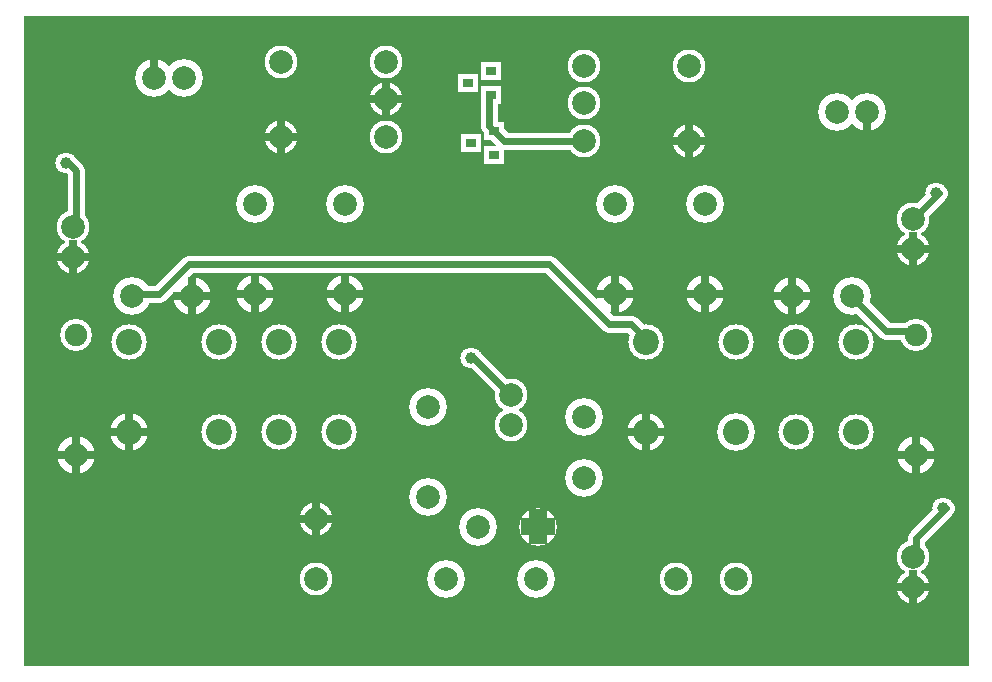
<source format=gbr>
%FSLAX34Y34*%
%MOMM*%
%LNCOPPER_TOP*%
G71*
G01*
%ADD10C,3.200*%
%ADD11C,2.800*%
%ADD12C,2.800*%
%ADD13C,2.700*%
%ADD14C,3.000*%
%ADD15C,1.400*%
%ADD16R,1.700X1.600*%
%ADD17C,1.800*%
%ADD18C,0.667*%
%ADD19C,0.680*%
%ADD20C,1.467*%
%ADD21C,0.813*%
%ADD22C,2.000*%
%ADD23C,2.000*%
%ADD24C,1.900*%
%ADD25C,2.200*%
%ADD26C,0.600*%
%ADD27R,0.900X0.800*%
%ADD28C,1.000*%
%LPD*%
G36*
X0Y550000D02*
X800000Y550000D01*
X800000Y0D01*
X0Y0D01*
X0Y550000D01*
G37*
%LPC*%
X196267Y390766D02*
G54D10*
D03*
X196217Y314516D02*
G54D10*
D03*
X196267Y390766D02*
G54D11*
D03*
X272458Y390692D02*
G54D10*
D03*
X196208Y390742D02*
G54D10*
D03*
X272458Y390692D02*
G54D11*
D03*
X272458Y390692D02*
G54D10*
D03*
X272408Y314442D02*
G54D10*
D03*
X272458Y390692D02*
G54D11*
D03*
X501067Y390766D02*
G54D10*
D03*
X501017Y314516D02*
G54D10*
D03*
X501067Y390766D02*
G54D11*
D03*
X577258Y390692D02*
G54D10*
D03*
X501008Y390742D02*
G54D10*
D03*
X577258Y390692D02*
G54D11*
D03*
X577258Y390692D02*
G54D10*
D03*
X577208Y314442D02*
G54D10*
D03*
X577258Y390692D02*
G54D11*
D03*
X41723Y371761D02*
G54D12*
D03*
X41723Y346361D02*
G54D12*
D03*
X752923Y378111D02*
G54D12*
D03*
X752923Y352711D02*
G54D12*
D03*
X217850Y511373D02*
G54D12*
D03*
X217850Y447873D02*
G54D12*
D03*
X306750Y511373D02*
G54D12*
D03*
X306750Y479623D02*
G54D12*
D03*
X306750Y447873D02*
G54D12*
D03*
X563290Y444580D02*
G54D12*
D03*
X563290Y508080D02*
G54D12*
D03*
X474390Y444580D02*
G54D12*
D03*
X474390Y476330D02*
G54D12*
D03*
X474390Y508080D02*
G54D12*
D03*
X412750Y229450D02*
G54D12*
D03*
X412750Y204050D02*
G54D12*
D03*
X247650Y124550D02*
G54D12*
D03*
X247650Y73750D02*
G54D12*
D03*
X552450Y73750D02*
G54D12*
D03*
X603250Y73750D02*
G54D12*
D03*
X342317Y219316D02*
G54D10*
D03*
X342267Y143066D02*
G54D10*
D03*
X342317Y219316D02*
G54D11*
D03*
X474330Y210302D02*
G54D10*
D03*
X474443Y159321D02*
G54D10*
D03*
X474331Y210302D02*
G54D11*
D03*
X435603Y117874D02*
G54D10*
D03*
X384622Y117761D02*
G54D10*
D03*
X435603Y117874D02*
G54D11*
D03*
X433815Y73138D02*
G54D10*
D03*
X357566Y73188D02*
G54D10*
D03*
X433815Y73139D02*
G54D11*
D03*
X752923Y92361D02*
G54D12*
D03*
X752923Y66961D02*
G54D12*
D03*
X44450Y178650D02*
G54D13*
D03*
X44450Y280250D02*
G54D13*
D03*
X89285Y197935D02*
G54D14*
D03*
X89285Y274135D02*
G54D14*
D03*
X165485Y197935D02*
G54D14*
D03*
X216285Y197935D02*
G54D14*
D03*
X267085Y197935D02*
G54D14*
D03*
X165485Y274135D02*
G54D14*
D03*
X216285Y274135D02*
G54D14*
D03*
X267085Y274135D02*
G54D14*
D03*
X142709Y312825D02*
G54D10*
D03*
X91729Y312713D02*
G54D10*
D03*
X527050Y197700D02*
G54D14*
D03*
X527050Y273900D02*
G54D14*
D03*
X603250Y197700D02*
G54D14*
D03*
X654050Y197700D02*
G54D14*
D03*
X704850Y197700D02*
G54D14*
D03*
X603250Y273900D02*
G54D14*
D03*
X654050Y273900D02*
G54D14*
D03*
X704850Y273900D02*
G54D14*
D03*
X755650Y178650D02*
G54D13*
D03*
X755650Y280250D02*
G54D13*
D03*
X701510Y312825D02*
G54D10*
D03*
X650529Y312713D02*
G54D10*
D03*
X110309Y497922D02*
G54D10*
D03*
X135809Y497922D02*
G54D10*
D03*
X713913Y468625D02*
G54D10*
D03*
X688413Y468625D02*
G54D10*
D03*
X142709Y312825D02*
G54D10*
D03*
X44450Y178650D02*
G54D10*
D03*
X755650Y178650D02*
G54D10*
D03*
X650529Y312713D02*
G54D10*
D03*
X89285Y197935D02*
G54D10*
D03*
X603250Y197700D02*
G54D10*
D03*
G54D15*
X527050Y273900D02*
X527050Y276950D01*
X514350Y289650D01*
X495300Y289650D01*
X444500Y340450D01*
X139700Y340450D01*
X114300Y315050D01*
X88900Y315050D01*
X91729Y312713D01*
G54D15*
X701510Y312825D02*
X698500Y315050D01*
X730250Y283300D01*
X755650Y283300D01*
X755650Y280250D01*
X527050Y197700D02*
G54D10*
D03*
X395967Y483344D02*
G54D16*
D03*
X395967Y503344D02*
G54D16*
D03*
X375967Y493344D02*
G54D16*
D03*
X398512Y432730D02*
G54D16*
D03*
X398512Y452730D02*
G54D16*
D03*
X378512Y442730D02*
G54D16*
D03*
G54D15*
X398512Y452730D02*
X400050Y450850D01*
X393700Y457200D01*
X393700Y482600D01*
X395967Y483344D01*
G54D15*
X398512Y452730D02*
X400050Y450850D01*
X406400Y444500D01*
X476250Y444500D01*
X474390Y444580D01*
X35700Y426010D02*
G54D17*
D03*
X772300Y400610D02*
G54D17*
D03*
X378600Y260910D02*
G54D17*
D03*
X778650Y133910D02*
G54D17*
D03*
G54D15*
X35700Y426010D02*
X38100Y425450D01*
X44450Y419100D01*
X44450Y374650D01*
X41723Y371761D01*
G54D15*
X378600Y260910D02*
X381000Y260350D01*
X412750Y228600D01*
X412750Y229450D01*
G54D15*
X772300Y400610D02*
X774700Y400050D01*
X755650Y381000D01*
X752923Y378111D01*
G54D15*
X778650Y133910D02*
X781050Y133350D01*
X755650Y107950D01*
X755650Y95250D01*
X752923Y92361D01*
%LPD*%
G54D18*
G36*
X196217Y317849D02*
X212717Y317849D01*
X212717Y311183D01*
X196217Y311183D01*
X196217Y317849D01*
G37*
G36*
X199550Y314516D02*
X199550Y298016D01*
X192884Y298016D01*
X192884Y314516D01*
X199550Y314516D01*
G37*
G36*
X196217Y311183D02*
X179717Y311183D01*
X179717Y317849D01*
X196217Y317849D01*
X196217Y311183D01*
G37*
G36*
X192884Y314516D02*
X192884Y331016D01*
X199550Y331016D01*
X199550Y314516D01*
X192884Y314516D01*
G37*
G54D19*
G36*
X272408Y317842D02*
X288908Y317842D01*
X288908Y311042D01*
X272408Y311042D01*
X272408Y317842D01*
G37*
G36*
X275808Y314442D02*
X275808Y297942D01*
X269008Y297942D01*
X269008Y314442D01*
X275808Y314442D01*
G37*
G36*
X272408Y311042D02*
X255908Y311042D01*
X255908Y317842D01*
X272408Y317842D01*
X272408Y311042D01*
G37*
G36*
X269008Y314442D02*
X269008Y330942D01*
X275808Y330942D01*
X275808Y314442D01*
X269008Y314442D01*
G37*
G54D18*
G36*
X501017Y317849D02*
X517517Y317849D01*
X517517Y311183D01*
X501017Y311183D01*
X501017Y317849D01*
G37*
G36*
X504350Y314516D02*
X504350Y298016D01*
X497684Y298016D01*
X497684Y314516D01*
X504350Y314516D01*
G37*
G36*
X501017Y311183D02*
X484517Y311183D01*
X484517Y317849D01*
X501017Y317849D01*
X501017Y311183D01*
G37*
G36*
X497684Y314516D02*
X497684Y331016D01*
X504350Y331016D01*
X504350Y314516D01*
X497684Y314516D01*
G37*
G54D19*
G36*
X577208Y317842D02*
X593708Y317842D01*
X593708Y311042D01*
X577208Y311042D01*
X577208Y317842D01*
G37*
G36*
X580608Y314442D02*
X580608Y297942D01*
X573808Y297942D01*
X573808Y314442D01*
X580608Y314442D01*
G37*
G36*
X577208Y311042D02*
X560708Y311042D01*
X560708Y317842D01*
X577208Y317842D01*
X577208Y311042D01*
G37*
G36*
X573808Y314442D02*
X573808Y330942D01*
X580608Y330942D01*
X580608Y314442D01*
X573808Y314442D01*
G37*
G54D18*
G36*
X38390Y346361D02*
X38390Y360861D01*
X45056Y360861D01*
X45056Y346361D01*
X38390Y346361D01*
G37*
G36*
X41723Y349694D02*
X56223Y349694D01*
X56223Y343028D01*
X41723Y343028D01*
X41723Y349694D01*
G37*
G36*
X45056Y346361D02*
X45056Y331861D01*
X38390Y331861D01*
X38390Y346361D01*
X45056Y346361D01*
G37*
G36*
X41723Y343028D02*
X27223Y343028D01*
X27223Y349694D01*
X41723Y349694D01*
X41723Y343028D01*
G37*
G54D18*
G36*
X749590Y352711D02*
X749590Y367211D01*
X756256Y367211D01*
X756256Y352711D01*
X749590Y352711D01*
G37*
G36*
X752923Y356044D02*
X767423Y356044D01*
X767423Y349378D01*
X752923Y349378D01*
X752923Y356044D01*
G37*
G36*
X756256Y352711D02*
X756256Y338211D01*
X749590Y338211D01*
X749590Y352711D01*
X756256Y352711D01*
G37*
G36*
X752923Y349378D02*
X738423Y349378D01*
X738423Y356044D01*
X752923Y356044D01*
X752923Y349378D01*
G37*
G54D18*
G36*
X214517Y447873D02*
X214517Y462373D01*
X221183Y462373D01*
X221183Y447873D01*
X214517Y447873D01*
G37*
G36*
X217850Y451206D02*
X232350Y451206D01*
X232350Y444540D01*
X217850Y444540D01*
X217850Y451206D01*
G37*
G36*
X221183Y447873D02*
X221183Y433373D01*
X214517Y433373D01*
X214517Y447873D01*
X221183Y447873D01*
G37*
G36*
X217850Y444540D02*
X203350Y444540D01*
X203350Y451206D01*
X217850Y451206D01*
X217850Y444540D01*
G37*
G54D18*
G36*
X303417Y479623D02*
X303417Y494123D01*
X310083Y494123D01*
X310083Y479623D01*
X303417Y479623D01*
G37*
G36*
X306750Y482956D02*
X321250Y482956D01*
X321250Y476290D01*
X306750Y476290D01*
X306750Y482956D01*
G37*
G36*
X310083Y479623D02*
X310083Y465123D01*
X303417Y465123D01*
X303417Y479623D01*
X310083Y479623D01*
G37*
G36*
X306750Y476290D02*
X292250Y476290D01*
X292250Y482956D01*
X306750Y482956D01*
X306750Y476290D01*
G37*
G54D18*
G36*
X566623Y444580D02*
X566623Y430080D01*
X559957Y430080D01*
X559957Y444580D01*
X566623Y444580D01*
G37*
G36*
X563290Y441247D02*
X548790Y441247D01*
X548790Y447913D01*
X563290Y447913D01*
X563290Y441247D01*
G37*
G36*
X559957Y444580D02*
X559957Y459080D01*
X566623Y459080D01*
X566623Y444580D01*
X559957Y444580D01*
G37*
G36*
X563290Y447913D02*
X577790Y447913D01*
X577790Y441247D01*
X563290Y441247D01*
X563290Y447913D01*
G37*
G54D19*
G36*
X247650Y127950D02*
X262150Y127950D01*
X262150Y121150D01*
X247650Y121150D01*
X247650Y127950D01*
G37*
G36*
X251050Y124550D02*
X251050Y110050D01*
X244250Y110050D01*
X244250Y124550D01*
X251050Y124550D01*
G37*
G36*
X247650Y121150D02*
X233150Y121150D01*
X233150Y127950D01*
X247650Y127950D01*
X247650Y121150D01*
G37*
G36*
X244250Y124550D02*
X244250Y139050D01*
X251050Y139050D01*
X251050Y124550D01*
X244250Y124550D01*
G37*
G54D20*
G36*
X428270Y117874D02*
X428270Y132374D01*
X442936Y132374D01*
X442936Y117874D01*
X428270Y117874D01*
G37*
G36*
X435603Y125207D02*
X450103Y125207D01*
X450103Y110540D01*
X435603Y110540D01*
X435603Y125207D01*
G37*
G36*
X442936Y117874D02*
X442936Y103374D01*
X428270Y103374D01*
X428270Y117874D01*
X442936Y117874D01*
G37*
G36*
X435603Y110540D02*
X421103Y110540D01*
X421103Y125207D01*
X435603Y125207D01*
X435603Y110540D01*
G37*
G54D18*
G36*
X749590Y66961D02*
X749590Y81461D01*
X756256Y81461D01*
X756256Y66961D01*
X749590Y66961D01*
G37*
G36*
X752923Y70294D02*
X767423Y70294D01*
X767423Y63628D01*
X752923Y63628D01*
X752923Y70294D01*
G37*
G36*
X756256Y66961D02*
X756256Y52461D01*
X749590Y52461D01*
X749590Y66961D01*
X756256Y66961D01*
G37*
G36*
X752923Y63628D02*
X738423Y63628D01*
X738423Y70294D01*
X752923Y70294D01*
X752923Y63628D01*
G37*
G54D18*
G36*
X106976Y497922D02*
X106976Y514422D01*
X113642Y514422D01*
X113642Y497922D01*
X106976Y497922D01*
G37*
G54D21*
G54D18*
G36*
X717246Y468625D02*
X717246Y452125D01*
X710579Y452125D01*
X710579Y468625D01*
X717246Y468625D01*
G37*
G54D21*
G54D19*
G36*
X142709Y316225D02*
X159209Y316225D01*
X159209Y309425D01*
X142709Y309425D01*
X142709Y316225D01*
G37*
G36*
X146109Y312825D02*
X146109Y296325D01*
X139309Y296325D01*
X139309Y312825D01*
X146109Y312825D01*
G37*
G36*
X142709Y309425D02*
X126209Y309425D01*
X126209Y316225D01*
X142709Y316225D01*
X142709Y309425D01*
G37*
G36*
X139309Y312825D02*
X139309Y329325D01*
X146109Y329325D01*
X146109Y312825D01*
X139309Y312825D01*
G37*
G54D19*
G36*
X44450Y182050D02*
X60950Y182050D01*
X60950Y175250D01*
X44450Y175250D01*
X44450Y182050D01*
G37*
G36*
X47850Y178650D02*
X47850Y162150D01*
X41050Y162150D01*
X41050Y178650D01*
X47850Y178650D01*
G37*
G36*
X44450Y175250D02*
X27950Y175250D01*
X27950Y182050D01*
X44450Y182050D01*
X44450Y175250D01*
G37*
G36*
X41050Y178650D02*
X41050Y195150D01*
X47850Y195150D01*
X47850Y178650D01*
X41050Y178650D01*
G37*
G54D19*
G36*
X755650Y182050D02*
X772150Y182050D01*
X772150Y175250D01*
X755650Y175250D01*
X755650Y182050D01*
G37*
G36*
X759050Y178650D02*
X759050Y162150D01*
X752250Y162150D01*
X752250Y178650D01*
X759050Y178650D01*
G37*
G36*
X755650Y175250D02*
X739150Y175250D01*
X739150Y182050D01*
X755650Y182050D01*
X755650Y175250D01*
G37*
G36*
X752250Y178650D02*
X752250Y195150D01*
X759050Y195150D01*
X759050Y178650D01*
X752250Y178650D01*
G37*
G54D19*
G36*
X650529Y316113D02*
X667029Y316113D01*
X667029Y309313D01*
X650529Y309313D01*
X650529Y316113D01*
G37*
G36*
X653929Y312713D02*
X653929Y296213D01*
X647129Y296213D01*
X647129Y312713D01*
X653929Y312713D01*
G37*
G36*
X650529Y309313D02*
X634029Y309313D01*
X634029Y316113D01*
X650529Y316113D01*
X650529Y309313D01*
G37*
G36*
X647129Y312713D02*
X647129Y329213D01*
X653929Y329213D01*
X653929Y312713D01*
X647129Y312713D01*
G37*
G54D19*
G36*
X89285Y201335D02*
X105785Y201335D01*
X105785Y194535D01*
X89285Y194535D01*
X89285Y201335D01*
G37*
G36*
X92685Y197935D02*
X92685Y181435D01*
X85885Y181435D01*
X85885Y197935D01*
X92685Y197935D01*
G37*
G36*
X89285Y194535D02*
X72785Y194535D01*
X72785Y201335D01*
X89285Y201335D01*
X89285Y194535D01*
G37*
G36*
X85885Y197935D02*
X85885Y214435D01*
X92685Y214435D01*
X92685Y197935D01*
X85885Y197935D01*
G37*
G54D19*
G36*
X527050Y201100D02*
X543550Y201100D01*
X543550Y194300D01*
X527050Y194300D01*
X527050Y201100D01*
G37*
G36*
X530450Y197700D02*
X530450Y181200D01*
X523650Y181200D01*
X523650Y197700D01*
X530450Y197700D01*
G37*
G36*
X527050Y194300D02*
X510550Y194300D01*
X510550Y201100D01*
X527050Y201100D01*
X527050Y194300D01*
G37*
G36*
X523650Y197700D02*
X523650Y214200D01*
X530450Y214200D01*
X530450Y197700D01*
X523650Y197700D01*
G37*
X196267Y390766D02*
G54D22*
D03*
X196217Y314516D02*
G54D22*
D03*
X196267Y390766D02*
G54D23*
D03*
X272458Y390692D02*
G54D22*
D03*
X196208Y390742D02*
G54D22*
D03*
X272458Y390692D02*
G54D23*
D03*
X272458Y390692D02*
G54D22*
D03*
X272408Y314442D02*
G54D22*
D03*
X272458Y390692D02*
G54D23*
D03*
X501067Y390766D02*
G54D22*
D03*
X501017Y314516D02*
G54D22*
D03*
X501067Y390766D02*
G54D23*
D03*
X577258Y390692D02*
G54D22*
D03*
X501008Y390742D02*
G54D22*
D03*
X577258Y390692D02*
G54D23*
D03*
X577258Y390692D02*
G54D22*
D03*
X577208Y314442D02*
G54D22*
D03*
X577258Y390692D02*
G54D23*
D03*
X41723Y371761D02*
G54D22*
D03*
X41723Y346361D02*
G54D22*
D03*
X752923Y378111D02*
G54D22*
D03*
X752923Y352711D02*
G54D22*
D03*
X217850Y511373D02*
G54D22*
D03*
X217850Y447873D02*
G54D22*
D03*
X306750Y511373D02*
G54D22*
D03*
X306750Y479623D02*
G54D22*
D03*
X306750Y447873D02*
G54D22*
D03*
X563290Y444580D02*
G54D22*
D03*
X563290Y508080D02*
G54D22*
D03*
X474390Y444580D02*
G54D22*
D03*
X474390Y476330D02*
G54D22*
D03*
X474390Y508080D02*
G54D22*
D03*
X412750Y229450D02*
G54D22*
D03*
X412750Y204050D02*
G54D22*
D03*
X247650Y124550D02*
G54D22*
D03*
X247650Y73750D02*
G54D22*
D03*
X552450Y73750D02*
G54D22*
D03*
X603250Y73750D02*
G54D22*
D03*
X342317Y219316D02*
G54D22*
D03*
X342267Y143066D02*
G54D22*
D03*
X342317Y219316D02*
G54D23*
D03*
X474330Y210302D02*
G54D22*
D03*
X474443Y159321D02*
G54D22*
D03*
X474331Y210302D02*
G54D23*
D03*
X435603Y117874D02*
G54D22*
D03*
X384622Y117761D02*
G54D22*
D03*
X435603Y117874D02*
G54D23*
D03*
X433815Y73138D02*
G54D22*
D03*
X357566Y73188D02*
G54D22*
D03*
X433815Y73139D02*
G54D23*
D03*
X752923Y92361D02*
G54D22*
D03*
X752923Y66961D02*
G54D22*
D03*
X44450Y178650D02*
G54D24*
D03*
X44450Y280250D02*
G54D24*
D03*
X89285Y197935D02*
G54D25*
D03*
X89285Y274135D02*
G54D25*
D03*
X165485Y197935D02*
G54D25*
D03*
X216285Y197935D02*
G54D25*
D03*
X267085Y197935D02*
G54D25*
D03*
X165485Y274135D02*
G54D25*
D03*
X216285Y274135D02*
G54D25*
D03*
X267085Y274135D02*
G54D25*
D03*
X142709Y312825D02*
G54D22*
D03*
X91729Y312713D02*
G54D22*
D03*
X527050Y197700D02*
G54D25*
D03*
X527050Y273900D02*
G54D25*
D03*
X603250Y197700D02*
G54D25*
D03*
X654050Y197700D02*
G54D25*
D03*
X704850Y197700D02*
G54D25*
D03*
X603250Y273900D02*
G54D25*
D03*
X654050Y273900D02*
G54D25*
D03*
X704850Y273900D02*
G54D25*
D03*
X755650Y178650D02*
G54D24*
D03*
X755650Y280250D02*
G54D24*
D03*
X701510Y312825D02*
G54D22*
D03*
X650529Y312713D02*
G54D22*
D03*
X110309Y497922D02*
G54D22*
D03*
X135809Y497922D02*
G54D22*
D03*
X713913Y468625D02*
G54D22*
D03*
X688413Y468625D02*
G54D22*
D03*
X142709Y312825D02*
G54D22*
D03*
X44450Y178650D02*
G54D22*
D03*
X755650Y178650D02*
G54D22*
D03*
X650529Y312713D02*
G54D22*
D03*
X89285Y197935D02*
G54D22*
D03*
X603250Y197700D02*
G54D22*
D03*
G54D26*
X527050Y273900D02*
X527050Y276950D01*
X514350Y289650D01*
X495300Y289650D01*
X444500Y340450D01*
X139700Y340450D01*
X114300Y315050D01*
X88900Y315050D01*
X91729Y312713D01*
G54D26*
X701510Y312825D02*
X698500Y315050D01*
X730250Y283300D01*
X755650Y283300D01*
X755650Y280250D01*
X527050Y197700D02*
G54D22*
D03*
X395967Y483344D02*
G54D27*
D03*
X395967Y503344D02*
G54D27*
D03*
X375967Y493344D02*
G54D27*
D03*
X398512Y432730D02*
G54D27*
D03*
X398512Y452730D02*
G54D27*
D03*
X378512Y442730D02*
G54D27*
D03*
G54D26*
X398512Y452730D02*
X400050Y450850D01*
X393700Y457200D01*
X393700Y482600D01*
X395967Y483344D01*
G54D26*
X398512Y452730D02*
X400050Y450850D01*
X406400Y444500D01*
X476250Y444500D01*
X474390Y444580D01*
X35700Y426010D02*
G54D28*
D03*
X772300Y400610D02*
G54D28*
D03*
X378600Y260910D02*
G54D28*
D03*
X778650Y133910D02*
G54D28*
D03*
G54D26*
X35700Y426010D02*
X38100Y425450D01*
X44450Y419100D01*
X44450Y374650D01*
X41723Y371761D01*
G54D26*
X378600Y260910D02*
X381000Y260350D01*
X412750Y228600D01*
X412750Y229450D01*
G54D26*
X772300Y400610D02*
X774700Y400050D01*
X755650Y381000D01*
X752923Y378111D01*
G54D26*
X778650Y133910D02*
X781050Y133350D01*
X755650Y107950D01*
X755650Y95250D01*
X752923Y92361D01*
M02*

</source>
